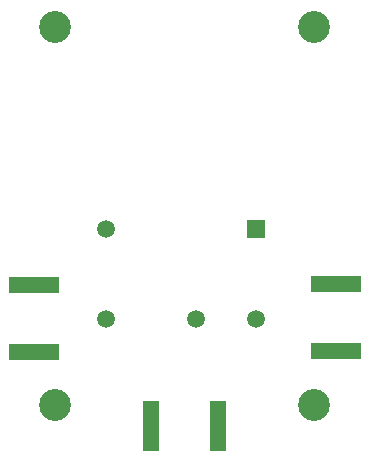
<source format=gbr>
%TF.GenerationSoftware,KiCad,Pcbnew,(6.0.1)*%
%TF.CreationDate,2022-02-11T18:29:39+00:00*%
%TF.ProjectId,Relay_RF_G6E,52656c61-795f-4524-965f-4736452e6b69,rev?*%
%TF.SameCoordinates,Original*%
%TF.FileFunction,Soldermask,Bot*%
%TF.FilePolarity,Negative*%
%FSLAX46Y46*%
G04 Gerber Fmt 4.6, Leading zero omitted, Abs format (unit mm)*
G04 Created by KiCad (PCBNEW (6.0.1)) date 2022-02-11 18:29:39*
%MOMM*%
%LPD*%
G01*
G04 APERTURE LIST*
%ADD10C,2.700000*%
%ADD11R,4.200000X1.350000*%
%ADD12R,1.501140X1.501140*%
%ADD13C,1.501140*%
%ADD14R,1.350000X4.200000*%
G04 APERTURE END LIST*
D10*
%TO.C,H1*%
X104000000Y-104000000D03*
%TD*%
D11*
%TO.C,J2*%
X102223900Y-131526800D03*
X102223900Y-125876800D03*
%TD*%
D10*
%TO.C,H4*%
X126000000Y-136000000D03*
%TD*%
%TO.C,H2*%
X104000000Y-136000000D03*
%TD*%
D12*
%TO.C,K1*%
X121091700Y-121108900D03*
D13*
X108391700Y-121108900D03*
X108391700Y-128728900D03*
X116011700Y-128728900D03*
X121091700Y-128728900D03*
%TD*%
D11*
%TO.C,J4*%
X127823900Y-125800600D03*
X127823900Y-131450600D03*
%TD*%
D10*
%TO.C,H3*%
X126000000Y-104000000D03*
%TD*%
D14*
%TO.C,J3*%
X112175000Y-137800000D03*
X117825000Y-137800000D03*
%TD*%
M02*

</source>
